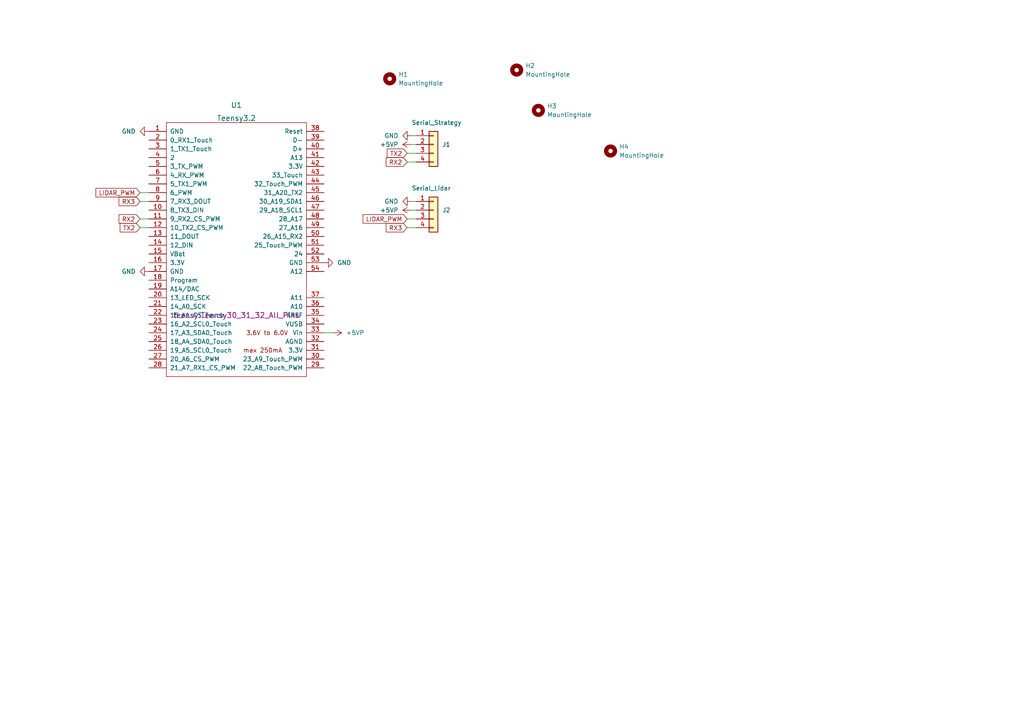
<source format=kicad_sch>
(kicad_sch (version 20211123) (generator eeschema)
  (paper "A4")
  (lib_symbols
    (symbol "Connector_Generic:Conn_01x04" (pin_names (offset 1.016) hide)
      (property "Reference" "J" (at 0 5.08 0))
      (property "Value" "Conn_01x04" (at 0 -7.62 0))
      (symbol "Conn_01x04_1_1"
        (rectangle (start -1.27 -4.953) (end 0 -5.207) (stroke (width 0.1524)))
        (rectangle (start -1.27 -2.413) (end 0 -2.667) (stroke (width 0.1524)))
        (rectangle (start -1.27 0.127) (end 0 -0.127) (stroke (width 0.1524)))
        (rectangle (start -1.27 2.667) (end 0 2.413) (stroke (width 0.1524)))
        (rectangle (start -1.27 3.81) (end 1.27 -6.35) (stroke (width 0.254)) (fill (type background)))
        (pin passive line (at -5.08 2.54 0) (length 3.81) (name "Pin_1") (number "1"))
        (pin passive line (at -5.08 0 0) (length 3.81) (name "Pin_2") (number "2"))
        (pin passive line (at -5.08 -2.54 0) (length 3.81) (name "Pin_3") (number "3"))
        (pin passive line (at -5.08 -5.08 0) (length 3.81) (name "Pin_4") (number "4"))
      )
    )
    (symbol "Mechanical:MountingHole" (pin_names (offset 1.016))
      (property "Reference" "H" (at 0 5.08 0))
      (property "Value" "MountingHole" (at 0 3.175 0))
      (symbol "MountingHole_0_1"
        (circle (center 0 0) (radius 1.27) (stroke (width 1.27)))
      )
    )
    (symbol "power:+5VP" (power) (pin_names (offset 0))
      (property "Value" "+5VP" (at 0 3.556 0))
      (symbol "+5VP_0_1"
        (polyline (pts (xy -0.762 1.27) (xy 0 2.54)))
        (polyline (pts (xy 0 0) (xy 0 2.54)))
        (polyline (pts (xy 0 2.54) (xy 0.762 1.27)))
      )
      (symbol "+5VP_1_1"
        (pin power_in line (at 0 0 90) (length 0) hide (name "+5VP") (number "1"))
      )
    )
    (symbol "power:GND" (power) (pin_names (offset 0))
      (property "Value" "GND" (at 0 -3.81 0))
      (symbol "GND_0_1"
        (polyline (pts (xy 0 0) (xy 0 -1.27) (xy 1.27 -1.27) (xy 0 -2.54) (xy -1.27 -1.27) (xy 0 -1.27)))
      )
      (symbol "GND_1_1"
        (pin power_in line (at 0 0 270) (length 0) hide (name "GND") (number "1"))
      )
    )
    (symbol "teensy:Teensy3.2" (pin_names (offset 1.016))
      (property "Reference" "U" (at 0 39.37 0))
      (property "Value" "Teensy3.2" (at 0 -39.37 0))
      (symbol "Teensy3.2_0_0"
        (text "3.6V to 6.0V" (at 8.89 -24.13 0) (effects (font (size 1.27 1.27))))
        (text "max 250mA" (at 7.62 -29.21 0) (effects (font (size 1.27 1.27))))
      )
      (symbol "Teensy3.2_0_1"
        (rectangle (start -20.32 -36.83) (end 20.32 36.83))
      )
      (symbol "Teensy3.2_1_1"
        (pin power_in line (at -25.4 34.29 0) (length 5.08) (name "GND") (number "1"))
        (pin bidirectional line (at -25.4 11.43 0) (length 5.08) (name "8_TX3_DIN") (number "10"))
        (pin bidirectional line (at -25.4 8.89 0) (length 5.08) (name "9_RX2_CS_PWM") (number "11"))
        (pin bidirectional line (at -25.4 6.35 0) (length 5.08) (name "10_TX2_CS_PWM") (number "12"))
        (pin bidirectional line (at -25.4 3.81 0) (length 5.08) (name "11_DOUT") (number "13"))
        (pin bidirectional line (at -25.4 1.27 0) (length 5.08) (name "12_DIN") (number "14"))
        (pin power_in line (at -25.4 -1.27 0) (length 5.08) (name "VBat") (number "15"))
        (pin power_out line (at -25.4 -3.81 0) (length 5.08) (name "3.3V") (number "16"))
        (pin power_in line (at -25.4 -6.35 0) (length 5.08) (name "GND") (number "17"))
        (pin input line (at -25.4 -8.89 0) (length 5.08) (name "Program") (number "18"))
        (pin bidirectional line (at -25.4 -11.43 0) (length 5.08) (name "A14/DAC") (number "19"))
        (pin bidirectional line (at -25.4 31.75 0) (length 5.08) (name "0_RX1_Touch") (number "2"))
        (pin bidirectional line (at -25.4 -13.97 0) (length 5.08) (name "13_LED_SCK") (number "20"))
        (pin bidirectional line (at -25.4 -16.51 0) (length 5.08) (name "14_A0_SCK") (number "21"))
        (pin bidirectional line (at -25.4 -19.05 0) (length 5.08) (name "15_A1_CS_Touch") (number "22"))
        (pin bidirectional line (at -25.4 -21.59 0) (length 5.08) (name "16_A2_SCL0_Touch") (number "23"))
        (pin bidirectional line (at -25.4 -24.13 0) (length 5.08) (name "17_A3_SDA0_Touch") (number "24"))
        (pin bidirectional line (at -25.4 -26.67 0) (length 5.08) (name "18_A4_SDA0_Touch") (number "25"))
        (pin bidirectional line (at -25.4 -29.21 0) (length 5.08) (name "19_A5_SCL0_Touch") (number "26"))
        (pin bidirectional line (at -25.4 -31.75 0) (length 5.08) (name "20_A6_CS_PWM") (number "27"))
        (pin bidirectional line (at -25.4 -34.29 0) (length 5.08) (name "21_A7_RX1_CS_PWM") (number "28"))
        (pin bidirectional line (at 25.4 -34.29 180) (length 5.08) (name "22_A8_Touch_PWM") (number "29"))
        (pin bidirectional line (at -25.4 29.21 0) (length 5.08) (name "1_TX1_Touch") (number "3"))
        (pin bidirectional line (at 25.4 -31.75 180) (length 5.08) (name "23_A9_Touch_PWM") (number "30"))
        (pin power_out line (at 25.4 -29.21 180) (length 5.08) (name "3.3V") (number "31"))
        (pin power_out line (at 25.4 -26.67 180) (length 5.08) (name "AGND") (number "32"))
        (pin power_in line (at 25.4 -24.13 180) (length 5.08) (name "Vin") (number "33"))
        (pin power_in line (at 25.4 -21.59 180) (length 5.08) (name "VUSB") (number "34"))
        (pin input line (at 25.4 -19.05 180) (length 5.08) (name "AREF") (number "35"))
        (pin bidirectional line (at 25.4 -16.51 180) (length 5.08) (name "A10") (number "36"))
        (pin bidirectional line (at 25.4 -13.97 180) (length 5.08) (name "A11") (number "37"))
        (pin input line (at 25.4 34.29 180) (length 5.08) (name "Reset") (number "38"))
        (pin bidirectional line (at 25.4 31.75 180) (length 5.08) (name "D-") (number "39"))
        (pin bidirectional line (at -25.4 26.67 0) (length 5.08) (name "2") (number "4"))
        (pin bidirectional line (at 25.4 29.21 180) (length 5.08) (name "D+") (number "40"))
        (pin bidirectional line (at 25.4 26.67 180) (length 5.08) (name "A13") (number "41"))
        (pin power_out line (at 25.4 24.13 180) (length 5.08) (name "3.3V") (number "42"))
        (pin bidirectional line (at 25.4 21.59 180) (length 5.08) (name "33_Touch") (number "43"))
        (pin bidirectional line (at 25.4 19.05 180) (length 5.08) (name "32_Touch_PWM") (number "44"))
        (pin bidirectional line (at 25.4 16.51 180) (length 5.08) (name "31_A20_TX2") (number "45"))
        (pin bidirectional line (at 25.4 13.97 180) (length 5.08) (name "30_A19_SDA1") (number "46"))
        (pin bidirectional line (at 25.4 11.43 180) (length 5.08) (name "29_A18_SCL1") (number "47"))
        (pin bidirectional line (at 25.4 8.89 180) (length 5.08) (name "28_A17") (number "48"))
        (pin bidirectional line (at 25.4 6.35 180) (length 5.08) (name "27_A16") (number "49"))
        (pin bidirectional line (at -25.4 24.13 0) (length 5.08) (name "3_TX_PWM") (number "5"))
        (pin bidirectional line (at 25.4 3.81 180) (length 5.08) (name "26_A15_RX2") (number "50"))
        (pin bidirectional line (at 25.4 1.27 180) (length 5.08) (name "25_Touch_PWM") (number "51"))
        (pin bidirectional line (at 25.4 -1.27 180) (length 5.08) (name "24") (number "52"))
        (pin power_in line (at 25.4 -3.81 180) (length 5.08) (name "GND") (number "53"))
        (pin bidirectional line (at 25.4 -6.35 180) (length 5.08) (name "A12") (number "54"))
        (pin bidirectional line (at -25.4 21.59 0) (length 5.08) (name "4_RX_PWM") (number "6"))
        (pin bidirectional line (at -25.4 19.05 0) (length 5.08) (name "5_TX1_PWM") (number "7"))
        (pin bidirectional line (at -25.4 16.51 0) (length 5.08) (name "6_PWM") (number "8"))
        (pin bidirectional line (at -25.4 13.97 0) (length 5.08) (name "7_RX3_DOUT") (number "9"))
      )
    )
  )
  (wire (pts (xy 119.38 58.42) (xy 120.65 58.42)))
  (wire (pts (xy 119.38 41.91) (xy 120.65 41.91)))
  (wire (pts (xy 118.11 63.5) (xy 120.65 63.5)))
  (wire (pts (xy 119.38 39.37) (xy 120.65 39.37)))
  (wire (pts (xy 40.64 55.88) (xy 43.18 55.88)))
  (wire (pts (xy 40.64 63.5) (xy 43.18 63.5)))
  (wire (pts (xy 119.38 60.96) (xy 120.65 60.96)))
  (wire (pts (xy 93.98 96.52) (xy 96.52 96.52)))
  (wire (pts (xy 118.11 44.45) (xy 120.65 44.45)))
  (wire (pts (xy 118.11 66.04) (xy 120.65 66.04)))
  (wire (pts (xy 118.11 46.99) (xy 120.65 46.99)))
  (wire (pts (xy 40.64 58.42) (xy 43.18 58.42)))
  (wire (pts (xy 40.64 66.04) (xy 43.18 66.04)))
  (global_label "LIDAR_PWM" (shape input) (at 40.64 55.88 180) (property "Intersheet References" "${INTERSHEET_REFS}" (effects hide)))
  (global_label "LIDAR_PWM" (shape input) (at 118.11 63.5 180) (property "Intersheet References" "${INTERSHEET_REFS}" (effects hide)))
  (global_label "RX3" (shape input) (at 118.11 66.04 180) (property "Intersheet References" "${INTERSHEET_REFS}" (effects hide)))
  (global_label "RX2" (shape input) (at 40.64 63.5 180) (property "Intersheet References" "${INTERSHEET_REFS}" (effects hide)))
  (global_label "TX2" (shape input) (at 118.11 44.45 180) (property "Intersheet References" "${INTERSHEET_REFS}" (effects hide)))
  (global_label "TX2" (shape input) (at 40.64 66.04 180) (property "Intersheet References" "${INTERSHEET_REFS}" (effects hide)))
  (global_label "RX3" (shape input) (at 40.64 58.42 180) (property "Intersheet References" "${INTERSHEET_REFS}" (effects hide)))
  (global_label "RX2" (shape input) (at 118.11 46.99 180) (property "Intersheet References" "${INTERSHEET_REFS}" (effects hide)))
  (symbol (lib_id "Mechanical:MountingHole") (at 156.1524 32.0106 0) (unit 1)
    (property "Reference" "H3" (at 158.6924 30.7405 0) (effects (justify left)))
    (property "Value" "MountingHole" (at 158.6924 33.2805 0) (effects (justify left)))
    (property "Footprint" "MountingHole:MountingHole_3.2mm_M3" (effects hide))
  )
  (symbol (lib_id "Mechanical:MountingHole") (at 113.03 22.86 0) (unit 1)
    (property "Reference" "H1" (at 115.57 21.5899 0) (effects (justify left)))
    (property "Value" "MountingHole" (at 115.57 24.1299 0) (effects (justify left)))
    (property "Footprint" "MountingHole:MountingHole_3.2mm_M3" (effects hide))
  )
  (symbol (lib_id "power:+5VP") (at 119.38 41.91 90) (unit 1)
    (property "Reference" "#PWR0102" (effects hide))
    (property "Value" "+5VP" (at 115.57 41.9099 90) (effects (justify left)))
  )
  (symbol (lib_id "teensy:Teensy3.2") (at 68.58 72.39 0) (unit 1)
    (property "Reference" "U1" (at 68.58 30.48 0) (effects (font (size 1.524 1.524))))
    (property "Value" "Teensy3.2" (at 68.58 34.29 0) (effects (font (size 1.524 1.524))))
    (property "Footprint" "teensy:Teensy30_31_32_All_Pins" (at 68.58 91.44 0) (effects (font (size 1.524 1.524))))
  )
  (symbol (lib_id "power:+5VP") (at 119.38 60.96 90) (unit 1)
    (property "Reference" "#PWR0103" (effects hide))
    (property "Value" "+5VP" (at 115.57 60.9599 90) (effects (justify left)))
  )
  (symbol (lib_id "power:GND") (at 43.18 78.74 270) (unit 1)
    (property "Reference" "#PWR0108" (effects hide))
    (property "Value" "GND" (at 39.37 78.7399 90) (effects (justify right)))
  )
  (symbol (lib_id "Connector_Generic:Conn_01x04") (at 125.73 60.96 0) (unit 1)
    (property "Reference" "J2" (at 128.27 60.9599 0) (effects (justify left)))
    (property "Value" "Serial_Lidar" (at 119.38 54.61 0) (effects (justify left)))
    (property "Footprint" "Connector_Molex:Molex_KK-254_AE-6410-04A_1x04_P2.54mm_Vertical" (effects hide))
  )
  (symbol (lib_id "power:GND") (at 119.38 39.37 270) (unit 1)
    (property "Reference" "#PWR0101" (effects hide))
    (property "Value" "GND" (at 115.57 39.3699 90) (effects (justify right)))
  )
  (symbol (lib_id "Connector_Generic:Conn_01x04") (at 125.73 41.91 0) (unit 1)
    (property "Reference" "J1" (at 128.27 41.9099 0) (effects (justify left)))
    (property "Value" "Serial_Strategy" (at 119.38 35.56 0) (effects (justify left)))
    (property "Footprint" "Connector_Molex:Molex_KK-254_AE-6410-04A_1x04_P2.54mm_Vertical" (effects hide))
  )
  (symbol (lib_id "power:GND") (at 93.98 76.2 90) (unit 1)
    (property "Reference" "#PWR0107" (effects hide))
    (property "Value" "GND" (at 97.79 76.1999 90) (effects (justify right)))
  )
  (symbol (lib_id "power:+5VP") (at 96.52 96.52 270) (unit 1)
    (property "Reference" "#PWR0104" (effects hide))
    (property "Value" "+5VP" (at 100.33 96.5199 90) (effects (justify left)))
  )
  (symbol (lib_id "power:GND") (at 119.38 58.42 270) (unit 1)
    (property "Reference" "#PWR0105" (effects hide))
    (property "Value" "GND" (at 115.57 58.4199 90) (effects (justify right)))
  )
  (symbol (lib_id "Mechanical:MountingHole") (at 149.86 20.32 0) (unit 1)
    (property "Reference" "H2" (at 152.4 19.0499 0) (effects (justify left)))
    (property "Value" "MountingHole" (at 152.4 21.5899 0) (effects (justify left)))
    (property "Footprint" "MountingHole:MountingHole_3.2mm_M3" (effects hide))
  )
  (symbol (lib_id "Mechanical:MountingHole") (at 177.0845 43.7921 0) (unit 1)
    (property "Reference" "H4" (at 179.6245 42.522 0) (effects (justify left)))
    (property "Value" "MountingHole" (at 179.6245 45.062 0) (effects (justify left)))
    (property "Footprint" "MountingHole:MountingHole_3.2mm_M3" (effects hide))
  )
  (symbol (lib_id "power:GND") (at 43.18 38.1 270) (unit 1)
    (property "Reference" "#PWR0106" (effects hide))
    (property "Value" "GND" (at 39.37 38.0999 90) (effects (justify right)))
  )
)
</source>
